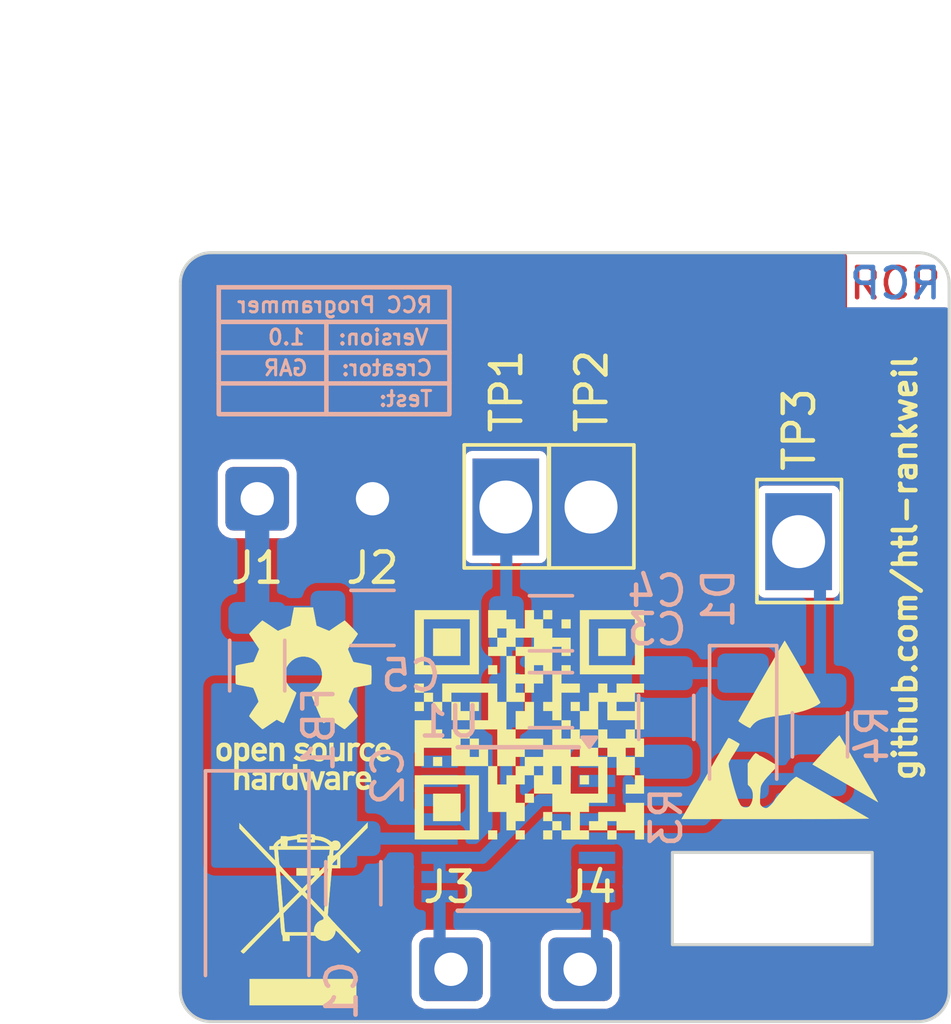
<source format=kicad_pcb>
(kicad_pcb (version 20221018) (generator pcbnew)
  (title_block (title "${acronym} - ${title}") (date "${date}") (rev "${revision}") (company "${company}") (comment 1 "${creator}") (comment 2 "${license}"))
  (layers (0 "F.Cu" signal) (31 "B.Cu" signal) (34 "B.Paste" user) (35 "F.Paste" user) (36 "B.SilkS" user "B.Silkscreen") (37 "F.SilkS" user "F.Silkscreen") (38 "B.Mask" user) (39 "F.Mask" user) (44 "Edge.Cuts" user))
  (property "acronym" "RCP")
  (property "company" "HTL-Rankweil")
  (property "creator" "GAR")
  (property "date" "1337-13-37")
  (property "license" "CC BY-NC-SA 4.0")
  (property "link" "github.com/htl-rankweil")
  (property "revision" "1.0")
  (property "title" "RCC Programmer")
  (net 0 "")
  (net 1 "GND")
  (net 2 "VBUS")
  (net 3 "+3V3")
  (net 4 "Net-(J1-Pin_1)")
  (net 5 "Net-(D1-K)")
  (net 6 "Net-(D1-A)")
  (net 7 "Net-(J3-Pin_1)")
  (net 8 "Net-(J4-Pin_1)")
  (net 9 "Net-(U1-TXD)")
  (net 10 "Net-(R4-Pad1)")
  (footprint "Connector_Wire:SolderWire-0.5sqmm_1x01_D0.9mm_OD2.1mm" (layer "F.Cu") (at 153.7226 99.8728)
    (fp_text reference "J3" (at -0.0526 -2.7178) (layer "F.SilkS"))
    (fp_text value "Conn_01x01_Pin" hide)
    (pad "1" thru_hole roundrect locked (at 0 0) (size 2.1 2.1) (drill 1.1) (layers "*.Cu" "*.Mask") (roundrect_rratio 0.1190480952) (net 7 "Net-(J3-Pin_1)"))
  )
  (footprint "Symbol:ESD-Logo_6.6x6mm_SilkScreen" (layer "F.Cu") (at 164.592 91.948)
    (fp_text reference "FID1" hide)
    (fp_text value "ESD" hide)
  )
  (footprint "Symbol:OSHW-Logo_5.7x6mm_SilkScreen" (layer "F.Cu") (at 148.844 90.932)
    (fp_text reference "FID2" hide)
    (fp_text value "OH" hide)
  )
  (footprint "Pogo_Pad:Pogo_Pad_L3.2mm_B2.2mm_D1.75" (layer "F.Cu") (at 158.369 84.582 90)
    (fp_text reference "TP2" (at 3.81 0 90 unlocked) (layer "F.SilkS"))
    (fp_text value "TestPoint" hide)
    (pad "1" thru_hole rect locked (at -0.02 -0.02 90) (size 3.2 2.2) (drill 1.75) (layers "*.Cu" "*.Mask") (net 1 "GND"))
  )
  (footprint "Connector_Wire:SolderWire-0.5sqmm_1x01_D0.9mm_OD2.1mm" (layer "F.Cu") (at 151.13 84.328)
    (fp_text reference "J2" (at 0 2.286) (layer "F.SilkS"))
    (fp_text value "Conn_01x01_Pin" hide)
    (pad "1" thru_hole roundrect locked (at 0 0) (size 2.1 2.1) (drill 1.1) (layers "*.Cu" "*.Mask") (roundrect_rratio 0.1190480952) (net 1 "GND"))
  )
  (footprint "Symbol:WEEE-Logo_4.2x6mm_SilkScreen" (layer "F.Cu") (at 148.844 98.044)
    (fp_text reference "FID3" hide)
    (fp_text value "BIN" hide)
  )
  (footprint "Pogo_Pad:Pogo_Pad_L3.2mm_B2.2mm_D1.75" (layer "F.Cu") (at 165.227 85.725 90)
    (fp_text reference "TP3" (at 3.683 0 90 unlocked) (layer "F.SilkS"))
    (fp_text value "TestPoint" hide)
    (pad "1" thru_hole rect locked (at -0.02 -0.02 90) (size 3.2 2.2) (drill 1.75) (layers "*.Cu" "*.Mask") (net 10 "Net-(R4-Pad1)"))
  )
  (footprint "Connector_Wire:SolderWire-0.5sqmm_1x01_D0.9mm_OD2.1mm" (layer "F.Cu") (at 157.988 99.8728)
    (fp_text reference "J4" (at 0.3284 -2.7178) (layer "F.SilkS"))
    (fp_text value "Conn_01x01_Pin" hide)
    (pad "1" thru_hole roundrect locked (at 0 0) (size 2.1 2.1) (drill 1.1) (layers "*.Cu" "*.Mask") (roundrect_rratio 0.1190480952) (net 8 "Net-(J4-Pin_1)"))
  )
  (footprint "Pogo_Pad:Pogo_Pad_L3.2mm_B2.2mm_D1.75" (layer "F.Cu") (at 155.555 84.582 90)
    (fp_text reference "TP1" (at 3.81 0 90 unlocked) (layer "F.SilkS"))
    (fp_text value "TestPoint" hide)
    (pad "1" thru_hole rect locked (at -0.02 -0.02 90) (size 3.2 2.2) (drill 1.75) (layers "*.Cu" "*.Mask") (net 3 "+3V3"))
  )
  (footprint "Connector_Wire:SolderWire-0.5sqmm_1x01_D0.9mm_OD2.1mm" (layer "F.Cu") (at 147.32 84.328)
    (fp_text reference "J1" (at 0 2.286) (layer "F.SilkS"))
    (fp_text value "Conn_01x01_Pin" hide)
    (pad "1" thru_hole roundrect locked (at 0 0) (size 2.1 2.1) (drill 1.1) (layers "*.Cu" "*.Mask") (roundrect_rratio 0.1190480952) (net 4 "Net-(J1-Pin_1)"))
  )
  (footprint "Images:QR_0x007e" (layer "F.Cu") (at 156.464 91.948)
    (fp_text reference "FID4" hide)
    (fp_text value "QR" hide)
  )
  (footprint "Resistor_SMD:R_1206_3216Metric" (layer "B.Cu") (at 160.8328 91.5523 -90)
    (fp_text reference "R3" (at 3.2913 0 90) (layer "B.SilkS") (effects (justify mirror)))
    (fp_text value "1k")
    (pad "1" smd roundrect (at -1.4625 0 270) (size 1.125 1.75) (layers "B.Cu" "B.Paste" "B.Mask") (roundrect_rratio 0.2222222222) (net 5 "Net-(D1-K)"))
    (pad "2" smd roundrect (at 1.4625 0 270) (size 1.125 1.75) (layers "B.Cu" "B.Paste" "B.Mask") (roundrect_rratio 0.2222222222) (net 9 "Net-(U1-TXD)"))
  )
  (footprint "Capacitor_SMD:C_1206_3216Metric" (layer "B.Cu") (at 157.0246 88.4428 180)
    (fp_text reference "C4" (at -3.5034 1.0668) (layer "B.SilkS") (effects (justify mirror)))
    (fp_text value "100n")
    (pad "1" smd roundrect (at -1.475 0 180) (size 1.15 1.8) (layers "B.Cu" "B.Paste" "B.Mask") (roundrect_rratio 0.2173913043) (net 1 "GND"))
    (pad "2" smd roundrect (at 1.475 0 180) (size 1.15 1.8) (layers "B.Cu" "B.Paste" "B.Mask") (roundrect_rratio 0.2173913043) (net 3 "+3V3"))
  )
  (footprint "Capacitor_SMD:C_1206_3216Metric" (layer "B.Cu") (at 151.13 88.265 180)
    (fp_text reference "C5" (at -1.27 -1.905) (layer "B.SilkS") (effects (justify mirror)))
    (fp_text value "10n")
    (pad "1" smd roundrect (at -1.475 0 180) (size 1.15 1.8) (layers "B.Cu" "B.Paste" "B.Mask") (roundrect_rratio 0.2173913043) (net 1 "GND"))
    (pad "2" smd roundrect (at 1.475 0 180) (size 1.15 1.8) (layers "B.Cu" "B.Paste" "B.Mask") (roundrect_rratio 0.2173913043) (net 4 "Net-(J1-Pin_1)"))
  )
  (footprint "Capacitor_SMD:C_1206_3216Metric" (layer "B.Cu") (at 157.0246 90.9828 180)
    (fp_text reference "C3" (at -3.5034 2.3368) (layer "B.SilkS") (effects (justify mirror)))
    (fp_text value "100n")
    (pad "1" smd roundrect (at -1.475 0 180) (size 1.15 1.8) (layers "B.Cu" "B.Paste" "B.Mask") (roundrect_rratio 0.2173913043) (net 1 "GND"))
    (pad "2" smd roundrect (at 1.475 0 180) (size 1.15 1.8) (layers "B.Cu" "B.Paste" "B.Mask") (roundrect_rratio 0.2173913043) (net 3 "+3V3"))
  )
  (footprint "Capacitor_Tantalum_SMD:CP_EIA-6032-28_Kemet-C" (layer "B.Cu") (at 147.32 97.0775 -90)
    (fp_text reference "C1" (at 3.5065 -2.794 90) (layer "B.SilkS") (effects (justify mirror)))
    (fp_text value "10u")
    (pad "1" smd roundrect (at -2.4625 0 270) (size 2.075 2.35) (layers "B.Cu" "B.Paste" "B.Mask") (roundrect_rratio 0.1204819277) (net 2 "VBUS"))
    (pad "2" smd roundrect (at 2.4625 0 270) (size 2.075 2.35) (layers "B.Cu" "B.Paste" "B.Mask") (roundrect_rratio 0.1204819277) (net 1 "GND"))
  )
  (footprint "Diode_SMD:D_MiniMELF" (layer "B.Cu") (at 163.3746 91.8398 -90)
    (fp_text reference "D1" (at -4.2098 0.8146 90) (layer "B.SilkS") (effects (justify mirror)))
    (fp_text value "BAT43")
    (pad "1" smd roundrect (at -1.75 0 270) (size 1.3 1.7) (layers "B.Cu" "B.Paste" "B.Mask") (roundrect_rratio 0.1923076923) (net 5 "Net-(D1-K)"))
    (pad "2" smd roundrect (at 1.75 0 270) (size 1.3 1.7) (layers "B.Cu" "B.Paste" "B.Mask") (roundrect_rratio 0.1923076923) (net 6 "Net-(D1-A)"))
  )
  (footprint "Package_SO:SSOP-16_3.9x4.9mm_P0.635mm" (layer "B.Cu") (at 155.9446 95.2373 180)
    (fp_text reference "U1" (at 2.2746 3.5433) (layer "B.SilkS") (effects (justify mirror)))
    (fp_text value "FT230XS")
    (pad "1" smd rect (at -2.6 2.2225 180) (size 1.2 0.4) (layers "B.Cu" "B.Paste" "B.Mask") (net 9 "Net-(U1-TXD)"))
    (pad "2" smd rect (at -2.6 1.5875 180) (size 1.2 0.4) (layers "B.Cu" "B.Paste" "B.Mask"))
    (pad "3" smd rect (at -2.6 0.9525 180) (size 1.2 0.4) (layers "B.Cu" "B.Paste" "B.Mask") (net 3 "+3V3"))
    (pad "4" smd rect (at -2.6 0.3175 180) (size 1.2 0.4) (layers "B.Cu" "B.Paste" "B.Mask") (net 6 "Net-(D1-A)"))
    (pad "5" smd rect (at -2.6 -0.3175 180) (size 1.2 0.4) (layers "B.Cu" "B.Paste" "B.Mask") (net 1 "GND"))
    (pad "6" smd rect (at -2.6 -0.9525 180) (size 1.2 0.4) (layers "B.Cu" "B.Paste" "B.Mask"))
    (pad "7" smd rect (at -2.6 -1.5875 180) (size 1.2 0.4) (layers "B.Cu" "B.Paste" "B.Mask"))
    (pad "8" smd rect (at -2.6 -2.2225 180) (size 1.2 0.4) (layers "B.Cu" "B.Paste" "B.Mask") (net 8 "Net-(J4-Pin_1)"))
    (pad "9" smd rect (at 2.6 -2.2225 180) (size 1.2 0.4) (layers "B.Cu" "B.Paste" "B.Mask") (net 7 "Net-(J3-Pin_1)"))
    (pad "10" smd rect (at 2.6 -1.5875 180) (size 1.2 0.4) (layers "B.Cu" "B.Paste" "B.Mask") (net 3 "+3V3"))
    (pad "11" smd rect (at 2.6 -0.9525 180) (size 1.2 0.4) (layers "B.Cu" "B.Paste" "B.Mask") (net 3 "+3V3"))
    (pad "12" smd rect (at 2.6 -0.3175 180) (size 1.2 0.4) (layers "B.Cu" "B.Paste" "B.Mask") (net 2 "VBUS"))
    (pad "13" smd rect (at 2.6 0.3175 180) (size 1.2 0.4) (layers "B.Cu" "B.Paste" "B.Mask") (net 1 "GND"))
    (pad "14" smd rect (at 2.6 0.9525 180) (size 1.2 0.4) (layers "B.Cu" "B.Paste" "B.Mask"))
    (pad "15" smd rect (at 2.6 1.5875 180) (size 1.2 0.4) (layers "B.Cu" "B.Paste" "B.Mask"))
    (pad "16" smd rect (at 2.6 2.2225 180) (size 1.2 0.4) (layers "B.Cu" "B.Paste" "B.Mask"))
  )
  (footprint "Capacitor_SMD:C_1206_3216Metric" (layer "B.Cu") (at 150.495 97.0298 90)
    (fp_text reference "C2" (at 3.5578 1.143 90) (layer "B.SilkS") (effects (justify mirror)))
    (fp_text value "100n")
    (pad "1" smd roundrect (at -1.475 0 90) (size 1.15 1.8) (layers "B.Cu" "B.Paste" "B.Mask") (roundrect_rratio 0.2173913043) (net 1 "GND"))
    (pad "2" smd roundrect (at 1.475 0 90) (size 1.15 1.8) (layers "B.Cu" "B.Paste" "B.Mask") (roundrect_rratio 0.2173913043) (net 2 "VBUS"))
  )
  (footprint "Inductor_SMD:L_1206_3216Metric" (layer "B.Cu") (at 147.32 89.84 90)
    (fp_text reference "FB1" (at -2.108 2.032 90) (layer "B.SilkS") (effects (justify mirror)))
    (fp_text value "70Ω/100Mhz/3A")
    (pad "1" smd roundrect (at -1.575 0 90) (size 1.05 1.9) (layers "B.Cu" "B.Paste" "B.Mask") (roundrect_rratio 0.2380952381) (net 2 "VBUS"))
    (pad "2" smd roundrect (at 1.575 0 90) (size 1.05 1.9) (layers "B.Cu" "B.Paste" "B.Mask") (roundrect_rratio 0.2380952381) (net 4 "Net-(J1-Pin_1)"))
  )
  (footprint "Resistor_SMD:R_1206_3216Metric" (layer "B.Cu") (at 165.9128 92.1273 -90)
    (fp_text reference "R4" (at 0 -1.7272 90) (layer "B.SilkS") (effects (justify mirror)))
    (fp_text value "470")
    (pad "1" smd roundrect (at -1.4625 0 270) (size 1.125 1.75) (layers "B.Cu" "B.Paste" "B.Mask") (roundrect_rratio 0.2222222222) (net 10 "Net-(R4-Pad1)"))
    (pad "2" smd roundrect (at 1.4625 0 270) (size 1.125 1.75) (layers "B.Cu" "B.Paste" "B.Mask") (roundrect_rratio 0.2222222222) (net 6 "Net-(D1-A)"))
  )
  (gr_line (start 149.606 81.534) (end 149.606 78.486) (stroke (width 0.15)) (layer "B.SilkS"))
  (gr_line (start 146.05 80.518) (end 153.67 80.518) (stroke (width 0.15)) (layer "B.SilkS"))
  (gr_line (start 146.05 79.502) (end 153.67 79.502) (stroke (width 0.15)) (layer "B.SilkS"))
  (gr_rect (start 146.05 77.343) (end 153.67 81.534) (stroke (width 0.15)) (fill none) (layer "B.SilkS"))
  (gr_line (start 146.05 78.486) (end 153.67 78.486) (stroke (width 0.15)) (layer "B.SilkS"))
  (gr_arc (start 170.18 100.584) (mid 169.88242 101.30242) (end 169.164 101.6) (stroke (width 0.1)) (layer "Edge.Cuts"))
  (gr_line (start 170.18 77.216) (end 170.18 100.584) (stroke (width 0.1)) (layer "Edge.Cuts"))
  (gr_line (start 169.164 101.6) (end 145.796 101.6) (stroke (width 0.1)) (layer "Edge.Cuts"))
  (gr_arc (start 145.796 101.6) (mid 145.07758 101.30242) (end 144.78 100.584) (stroke (width 0.1)) (layer "Edge.Cuts"))
  (gr_arc (start 144.78 77.216) (mid 145.07758 76.49758) (end 145.796 76.2) (stroke (width 0.1)) (layer "Edge.Cuts"))
  (gr_arc (start 169.164 76.2) (mid 169.88242 76.49758) (end 170.18 77.216) (stroke (width 0.1)) (layer "Edge.Cuts"))
  (gr_rect locked (start 161.036 96.012) (end 167.64 99.06) (stroke (width 0.1)) (fill none) (layer "Edge.Cuts"))
  (gr_line (start 144.78 100.584) (end 144.78 77.216) (stroke (width 0.1)) (layer "Edge.Cuts"))
  (gr_line (start 145.796 76.2) (end 169.164 76.2) (stroke (width 0.1)) (layer "Edge.Cuts"))
  (gr_text locked "${acronym}" (at 168.402 77.216) (layer "F.Cu") (effects (font (size 1 1))))
  (gr_text locked "${acronym}" (at 168.402 77.216) (layer "B.Cu") (effects (font (size 1 1)) (justify mirror)))
  (gr_text "Test:" (at 153.162 81.026) (layer "B.SilkS") (effects (font (size 0.5 0.5) (thickness 0.1) bold) (justify left mirror)))
  (gr_text "Creator:   ${creator}" (at 153.162 80.01) (layer "B.SilkS") (effects (font (size 0.5 0.5) (thickness 0.1) bold) (justify left mirror)))
  (gr_text "${title}" (at 153.162 77.9272) (layer "B.SilkS") (effects (font (size 0.5 0.5) (thickness 0.1) bold) (justify left mirror)))
  (gr_text "Version:   ${revision}\n" (at 153.035 78.994) (layer "B.SilkS") (effects (font (size 0.5 0.5) (thickness 0.1) bold) (justify left mirror)))
  (gr_text "${link}" (at 169.164 86.614 90) (layer "F.SilkS") (effects (font (size 0.75 0.75) (thickness 0.15) bold) (justify bottom)))
  (segment (start 153.3446 95.5548) (end 150.495 95.5548) (width 0.4) (layer "B.Cu") (net 2))
  (segment (start 156.6672 94.2848) (end 158.5446 94.2848) (width 0.4) (layer "B.Cu") (net 3))
  (segment (start 155.5496 95.4024) (end 155.448 95.504) (width 0.4) (layer "B.Cu") (net 3))
  (segment (start 155.448 95.504) (end 156.6672 94.2848) (width 0.4) (layer "B.Cu") (net 3))
  (segment (start 155.5496 88.4428) (end 155.5496 84.6166) (width 0.4) (layer "B.Cu") (net 3))
  (segment (start 153.3446 96.8248) (end 153.3446 96.1898) (width 0.4) (layer "B.Cu") (net 3))
  (segment (start 155.5496 84.6166) (end 155.535 84.602) (width 0.4) (layer "B.Cu") (net 3))
  (segment (start 154.7622 96.1898) (end 155.448 95.504) (width 0.4) (layer "B.Cu") (net 3))
  (segment (start 153.3446 96.1898) (end 154.7622 96.1898) (width 0.4) (layer "B.Cu") (net 3))
  (segment (start 155.5496 90.9828) (end 155.5496 88.4428) (width 0.4) (layer "B.Cu") (net 3))
  (segment (start 155.5496 90.9828) (end 155.5496 95.4024) (width 0.4) (layer "B.Cu") (net 3))
  (segment (start 147.32 84.328) (end 147.32 88.265) (width 0.8) (layer "B.Cu") (net 4))
  (segment (start 147.32 88.265) (end 149.655 88.265) (width 0.8) (layer "B.Cu") (net 4))
  (segment (start 163.3746 90.0898) (end 160.8328 90.0898) (width 0.4) (layer "B.Cu") (net 5))
  (segment (start 158.5446 94.9198) (end 162.0446 94.9198) (width 0.4) (layer "B.Cu") (net 6))
  (segment (start 162.0446 94.9198) (end 163.3746 93.5898) (width 0.4) (layer "B.Cu") (net 6))
  (segment (start 163.3746 93.5898) (end 165.9128 93.5898) (width 0.4) (layer "B.Cu") (net 6))
  (segment (start 153.3446 97.4598) (end 153.3446 99.4948) (width 0.4) (layer "B.Cu") (net 7))
  (segment (start 153.3446 99.4948) (end 153.7226 99.8728) (width 0.4) (layer "B.Cu") (net 7))
  (segment (start 158.5446 97.4598) (end 158.5446 99.3162) (width 0.4) (layer "B.Cu") (net 8))
  (segment (start 158.5446 99.3162) (end 157.988 99.8728) (width 0.4) (layer "B.Cu") (net 8))
  (segment (start 158.5446 93.0148) (end 160.8328 93.0148) (width 0.4) (layer "B.Cu") (net 9))
  (segment (start 165.9128 90.6648) (end 165.9128 86.4508) (width 0.4) (layer "B.Cu") (net 10))
  (segment (start 165.9128 86.4508) (end 165.207 85.745) (width 0.4) (layer "B.Cu") (net 10))
  (zone locked (net 1) (net_name "GND") (layers "F&B.Cu") (connect_pads yes (clearance 0.254)) (min_thickness 0.254) (fill yes (thermal_gap 0.5) (thermal_bridge_width 0.5))
    (polygon (pts (xy 170.18 76.2) (xy 170.18 101.6) (xy 144.78 101.6) (xy 144.78 76.2)))
  )
  (zone (net 2) (net_name "VBUS") (layer "B.Cu") (priority 1) (connect_pads yes (clearance 0.254)) (min_thickness 0.254) (fill yes (thermal_gap 0.5) (thermal_bridge_width 0.5))
    (polygon (pts (xy 145.796 90.424) (xy 145.796 96.52) (xy 150.622 96.52) (xy 150.622 90.424)))
  )
)
</source>
